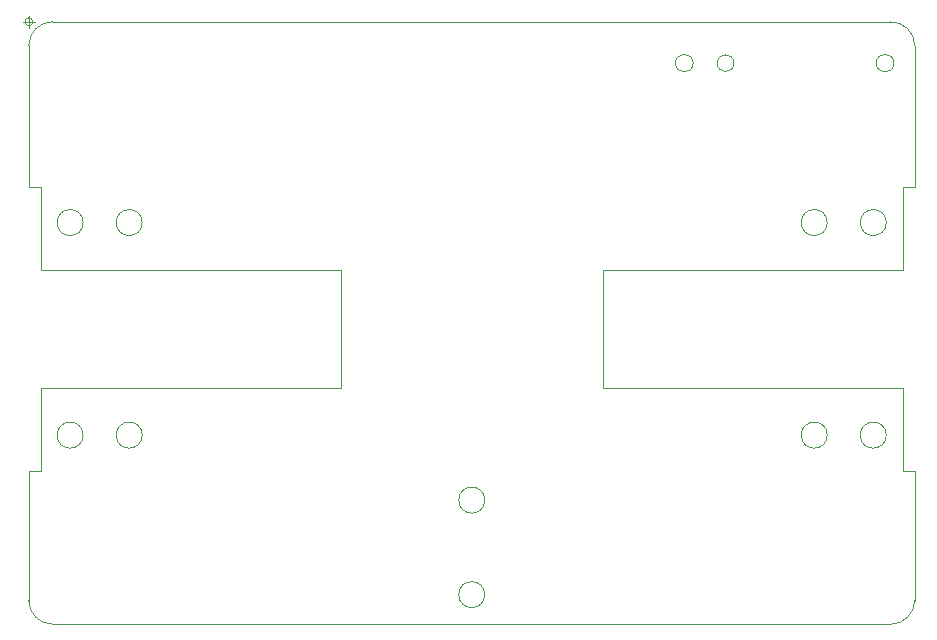
<source format=gm1>
G04 #@! TF.GenerationSoftware,KiCad,Pcbnew,(5.1.6)-1*
G04 #@! TF.CreationDate,2020-08-01T00:51:36+09:00*
G04 #@! TF.ProjectId,MiniRoverShield,4d696e69-526f-4766-9572-536869656c64,rev?*
G04 #@! TF.SameCoordinates,Original*
G04 #@! TF.FileFunction,Profile,NP*
%FSLAX46Y46*%
G04 Gerber Fmt 4.6, Leading zero omitted, Abs format (unit mm)*
G04 Created by KiCad (PCBNEW (5.1.6)-1) date 2020-08-01 00:51:36*
%MOMM*%
%LPD*%
G01*
G04 APERTURE LIST*
G04 #@! TA.AperFunction,Profile*
%ADD10C,0.100000*%
G04 #@! TD*
G04 APERTURE END LIST*
D10*
X113800000Y-50430000D02*
G75*
G03*
X113800000Y-50430000I-750000J0D01*
G01*
X100257107Y-50430000D02*
G75*
G03*
X100257107Y-50430000I-707107J0D01*
G01*
X96800000Y-50430000D02*
G75*
G03*
X96800000Y-50430000I-750000J0D01*
G01*
X79550000Y-97930000D02*
X76550000Y-97930000D01*
X40883333Y-46930000D02*
G75*
G03*
X40883333Y-46930000I-333333J0D01*
G01*
X40050000Y-46930000D02*
X41050000Y-46930000D01*
X40550000Y-46430000D02*
X40550000Y-47430000D01*
X42546429Y-97927065D02*
G75*
G02*
X40546429Y-95927065I0J2000000D01*
G01*
X79550000Y-97930000D02*
X113550000Y-97930000D01*
X42546429Y-97927065D02*
X76550000Y-97930000D01*
X115549367Y-95927065D02*
G75*
G02*
X113550000Y-97930000I-2002938J0D01*
G01*
X66946429Y-67927065D02*
X41546429Y-67927065D01*
X40546429Y-84927065D02*
X41546429Y-84927065D01*
X114546429Y-77927065D02*
X114546429Y-84927065D01*
X40549361Y-48927065D02*
G75*
G02*
X42550000Y-46930000I1997068J0D01*
G01*
X114546429Y-84927065D02*
X115546429Y-84927065D01*
X114546429Y-67927065D02*
X89146429Y-67927065D01*
X115549988Y-48936505D02*
X115546429Y-60927065D01*
X108146429Y-81927065D02*
G75*
G03*
X108146429Y-81927065I-1100000J0D01*
G01*
X41546429Y-77927065D02*
X66946429Y-77927065D01*
X41546429Y-60927065D02*
X40546429Y-60927065D01*
X115546429Y-60927065D02*
X114546429Y-60927065D01*
X115546429Y-84927065D02*
X115549367Y-95927065D01*
X66946429Y-77927065D02*
X66946429Y-67927065D01*
X89146429Y-77927065D02*
X114546429Y-77927065D01*
X113500012Y-46930534D02*
G75*
G02*
X115549988Y-48936505I46405J-2003036D01*
G01*
X45146429Y-81927065D02*
G75*
G03*
X45146429Y-81927065I-1100000J0D01*
G01*
X41546429Y-67927065D02*
X41546429Y-60927065D01*
X114546429Y-60927065D02*
X114546429Y-67927065D01*
X41546429Y-84927065D02*
X41546429Y-77927065D01*
X40546429Y-60927065D02*
X40550000Y-48930000D01*
X40546429Y-95927065D02*
X40546429Y-84927065D01*
X89146429Y-67927065D02*
X89146429Y-77927065D01*
X42550000Y-46930000D02*
X113500000Y-46930000D01*
X113146429Y-63927065D02*
G75*
G03*
X113146429Y-63927065I-1100000J0D01*
G01*
X50146429Y-63927065D02*
G75*
G03*
X50146429Y-63927065I-1100000J0D01*
G01*
X113146429Y-81927065D02*
G75*
G03*
X113146429Y-81927065I-1100000J0D01*
G01*
X50146429Y-81927065D02*
G75*
G03*
X50146429Y-81927065I-1100000J0D01*
G01*
X108146429Y-63927065D02*
G75*
G03*
X108146429Y-63927065I-1100000J0D01*
G01*
X45146429Y-63927065D02*
G75*
G03*
X45146429Y-63927065I-1100000J0D01*
G01*
X79150000Y-87430000D02*
G75*
G03*
X79150000Y-87430000I-1100000J0D01*
G01*
X79150000Y-95430000D02*
G75*
G03*
X79150000Y-95430000I-1100000J0D01*
G01*
M02*

</source>
